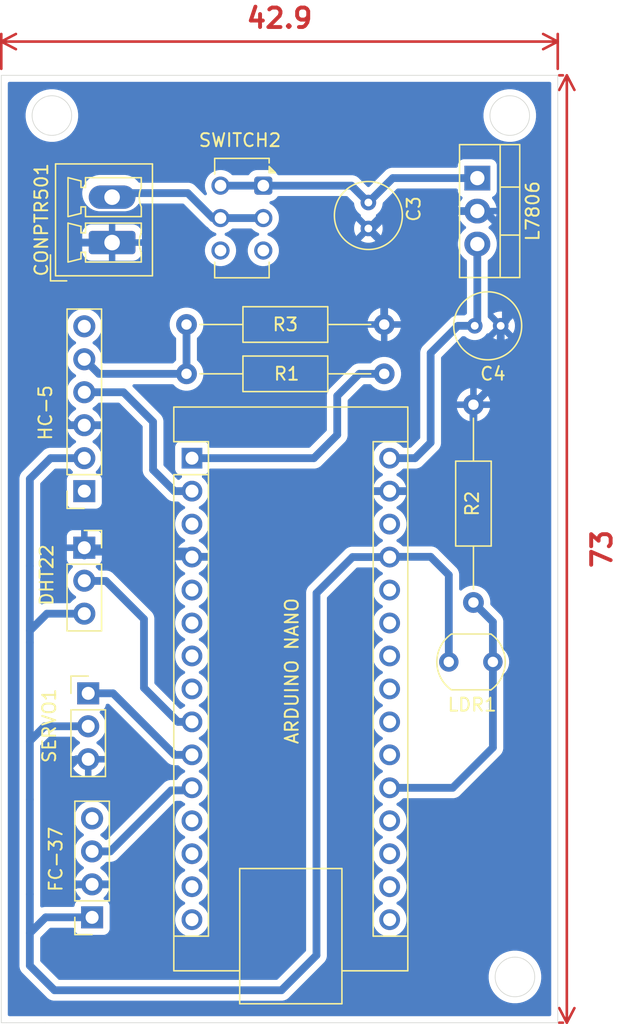
<source format=kicad_pcb>
(kicad_pcb (version 20241229) (generator "pcbnew") (generator_version "9.0")
  (layers (0 "F.Cu" signal) (2 "B.Cu" signal) (13 "F.Paste" user) (15 "B.Paste" user) (5 "F.SilkS" user "F.Silkscreen") (7 "B.SilkS" user "B.Silkscreen") (1 "F.Mask" user) (3 "B.Mask" user) (25 "Edge.Cuts" user))
  (net 0 "")
  (net 1 "TX")
  (net 2 "SERVO")
  (net 3 "RX")
  (net 5 "VIN")
  (net 8 "LDR")
  (net 9 "FC37")
  (net 13 "5V")
  (net 16 "GND")
  (net 17 "DHT22")
  (net 23 "Net-(L7806-IN)")
  (net 24 "Net-(CONPTR501-Pin_2)")
  (net 27 "Net-(HC-5-Pin_5)")
  (footprint "Connector_PinSocket_2.54mm:PinSocket_1x04_P2.54mm_Vertical" (layer "F.Cu") (at 72.1 104.88 180)
    (property "Reference" "FC-37" (at 2.8 4.48 90) (layer "F.SilkS"))
    (property "Value" "FC-37")
    (fp_line (start 1.33 1.27) (end 1.33 8.95) (stroke (width 0.12)) (layer "F.SilkS"))
    (fp_line (start 1.33 -1.33) (end 1.33 0) (stroke (width 0.12)) (layer "F.SilkS"))
    (fp_line (start 0 -1.33) (end 1.33 -1.33) (stroke (width 0.12)) (layer "F.SilkS"))
    (fp_line (start -1.33 8.95) (end 1.33 8.95) (stroke (width 0.12)) (layer "F.SilkS"))
    (fp_line (start -1.33 1.27) (end 1.33 1.27) (stroke (width 0.12)) (layer "F.SilkS"))
    (fp_line (start -1.33 1.27) (end -1.33 8.95) (stroke (width 0.12)) (layer "F.SilkS"))
    (pad "1" thru_hole rect (at 0 0 180) (size 1.7 1.7) (drill 1) (layers "*.Cu" "*.Mask") (net 13 "5V"))
    (pad "2" thru_hole oval (at 0 2.54 180) (size 1.7 1.7) (drill 1) (layers "*.Cu" "*.Mask") (net 16 "GND"))
    (pad "3" thru_hole oval (at 0 5.08 180) (size 1.7 1.7) (drill 1) (layers "*.Cu" "*.Mask") (net 9 "FC37"))
    (pad "4" thru_hole oval (at 0 7.62 180) (size 1.7 1.7) (drill 1) (layers "*.Cu" "*.Mask"))
  )
  (footprint "Connector_PinSocket_2.54mm:PinSocket_1x06_P2.54mm_Vertical" (layer "F.Cu") (at 71.5 72.04 180)
    (property "Reference" "HC-5" (at 3 6.04 90) (layer "F.SilkS"))
    (property "Value" "HC-05")
    (fp_line (start 1.33 1.27) (end 1.33 14.03) (stroke (width 0.12)) (layer "F.SilkS"))
    (fp_line (start 1.33 -1.33) (end 1.33 0) (stroke (width 0.12)) (layer "F.SilkS"))
    (fp_line (start 0 -1.33) (end 1.33 -1.33) (stroke (width 0.12)) (layer "F.SilkS"))
    (fp_line (start -1.33 14.03) (end 1.33 14.03) (stroke (width 0.12)) (layer "F.SilkS"))
    (fp_line (start -1.33 1.27) (end 1.33 1.27) (stroke (width 0.12)) (layer "F.SilkS"))
    (fp_line (start -1.33 1.27) (end -1.33 14.03) (stroke (width 0.12)) (layer "F.SilkS"))
    (pad "1" thru_hole rect (at 0 0 180) (size 1.7 1.7) (drill 1) (layers "*.Cu" "*.Mask"))
    (pad "2" thru_hole oval (at 0 2.54 180) (size 1.7 1.7) (drill 1) (layers "*.Cu" "*.Mask") (net 13 "5V"))
    (pad "3" thru_hole oval (at 0 5.08 180) (size 1.7 1.7) (drill 1) (layers "*.Cu" "*.Mask") (net 16 "GND"))
    (pad "4" thru_hole oval (at 0 7.62 180) (size 1.7 1.7) (drill 1) (layers "*.Cu" "*.Mask") (net 1 "TX"))
    (pad "5" thru_hole oval (at 0 10.16 180) (size 1.7 1.7) (drill 1) (layers "*.Cu" "*.Mask") (net 27 "Net-(HC-5-Pin_5)"))
    (pad "6" thru_hole oval (at 0 12.7 180) (size 1.7 1.7) (drill 1) (layers "*.Cu" "*.Mask"))
  )
  (footprint "Resistor_THT:R_Axial_DIN0207_L6.3mm_D2.5mm_P15.24mm_Horizontal" (layer "F.Cu") (at 79.38 59.2)
    (property "Reference" "R3" (at 7.62 0 0) (layer "F.SilkS"))
    (property "Value" "R")
    (fp_line (start 1.04 0) (end 4.35 0) (stroke (width 0.12)) (layer "F.SilkS"))
    (fp_line (start 4.35 -1.37) (end 4.35 1.37) (stroke (width 0.12)) (layer "F.SilkS"))
    (fp_line (start 4.35 1.37) (end 10.89 1.37) (stroke (width 0.12)) (layer "F.SilkS"))
    (fp_line (start 10.89 -1.37) (end 4.35 -1.37) (stroke (width 0.12)) (layer "F.SilkS"))
    (fp_line (start 10.89 1.37) (end 10.89 -1.37) (stroke (width 0.12)) (layer "F.SilkS"))
    (fp_line (start 14.2 0) (end 10.89 0) (stroke (width 0.12)) (layer "F.SilkS"))
    (pad "1" thru_hole circle (at 0 0) (size 1.6 1.6) (drill 0.8) (layers "*.Cu" "*.Mask") (net 27 "Net-(HC-5-Pin_5)"))
    (pad "2" thru_hole oval (at 15.24 0) (size 1.6 1.6) (drill 0.8) (layers "*.Cu" "*.Mask") (net 16 "GND"))
  )
  (footprint "OptoDevice:R_LDR_5.1x4.3mm_P3.4mm_Vertical" (layer "F.Cu") (at 103 85.2 180)
    (property "Reference" "LDR1" (at 1.6 -3.3 0) (layer "F.SilkS"))
    (property "Value" "LDR07")
    (fp_line (start 0.15 2.15) (end 3.2 2.15) (stroke (width 0.12)) (layer "F.SilkS"))
    (fp_line (start 0.15 -2.15) (end 3.2 -2.15) (stroke (width 0.12)) (layer "F.SilkS"))
    (fp_arc (start 3.2 -2.15) (mid 4.321403 -0.027338) (end 3.244513 2.118249) (stroke (width 0.12)) (layer "F.SilkS"))
    (fp_arc (start 0.15 2.15) (mid -0.950438 -0.013368) (end 0.171766 -2.165525) (stroke (width 0.12)) (layer "F.SilkS"))
    (pad "1" thru_hole circle (at 0 0 180) (size 1.5 1.5) (drill 0.8) (layers "*.Cu" "*.Mask") (net 8 "LDR"))
    (pad "2" thru_hole circle (at 3.4 0 180) (size 1.5 1.5) (drill 0.8) (layers "*.Cu" "*.Mask") (net 13 "5V"))
  )
  (footprint "Resistor_THT:R_Axial_DIN0207_L6.3mm_D2.5mm_P15.24mm_Horizontal" (layer "F.Cu") (at 101.5 80.62 90)
    (property "Reference" "R2" (at 7.62 -0.1 90) (layer "F.SilkS"))
    (property "Value" "R")
    (fp_line (start 10.89 -1.37) (end 4.35 -1.37) (stroke (width 0.12)) (layer "F.SilkS"))
    (fp_line (start 4.35 -1.37) (end 4.35 1.37) (stroke (width 0.12)) (layer "F.SilkS"))
    (fp_line (start 14.2 0) (end 10.89 0) (stroke (width 0.12)) (layer "F.SilkS"))
    (fp_line (start 1.04 0) (end 4.35 0) (stroke (width 0.12)) (layer "F.SilkS"))
    (fp_line (start 10.89 1.37) (end 10.89 -1.37) (stroke (width 0.12)) (layer "F.SilkS"))
    (fp_line (start 4.35 1.37) (end 10.89 1.37) (stroke (width 0.12)) (layer "F.SilkS"))
    (pad "1" thru_hole circle (at 0 0 90) (size 1.6 1.6) (drill 0.8) (layers "*.Cu" "*.Mask") (net 8 "LDR"))
    (pad "2" thru_hole oval (at 15.24 0 90) (size 1.6 1.6) (drill 0.8) (layers "*.Cu" "*.Mask") (net 16 "GND"))
  )
  (footprint "Package_TO_SOT_THT:TO-220-3_Vertical" (layer "F.Cu") (at 101.8 47.92 -90)
    (property "Reference" "L7806" (at 2.54 -4.27 90) (layer "F.SilkS"))
    (property "Value" "L7805")
    (fp_line (start -2.58 1.371) (end 7.66 1.371) (stroke (width 0.12)) (layer "F.SilkS"))
    (fp_line (start -2.58 -1.76) (end 7.66 -1.76) (stroke (width 0.12)) (layer "F.SilkS"))
    (fp_line (start -2.58 -3.27) (end -2.58 1.371) (stroke (width 0.12)) (layer "F.SilkS"))
    (fp_line (start -2.58 -3.27) (end 7.66 -3.27) (stroke (width 0.12)) (layer "F.SilkS"))
    (fp_line (start 0.69 -3.27) (end 0.69 -1.76) (stroke (width 0.12)) (layer "F.SilkS"))
    (fp_line (start 4.391 -3.27) (end 4.391 -1.76) (stroke (width 0.12)) (layer "F.SilkS"))
    (fp_line (start 7.66 -3.27) (end 7.66 1.371) (stroke (width 0.12)) (layer "F.SilkS"))
    (pad "1" thru_hole rect (at 0 0 270) (size 1.905 2) (drill 1.1) (layers "*.Cu" "*.Mask") (net 23 "Net-(L7806-IN)"))
    (pad "2" thru_hole oval (at 2.54 0 270) (size 1.905 2) (drill 1.1) (layers "*.Cu" "*.Mask") (net 16 "GND"))
    (pad "3" thru_hole oval (at 5.08 0 270) (size 1.905 2) (drill 1.1) (layers "*.Cu" "*.Mask") (net 5 "VIN"))
  )
  (footprint "Button_Switch_THT:SW_CK_JS202011CQN_DPDT_Straight" (layer "F.Cu") (at 85.3 48.5 -90)
    (property "Reference" "SWITCH2" (at -3.5 1.8 180) (layer "F.SilkS"))
    (property "Value" "SS 12D00")
    (fp_line (start -2.1 3.75) (end -0.9 3.75) (stroke (width 0.12)) (layer "F.SilkS"))
    (fp_line (start 7.1 3.75) (end 5.9 3.75) (stroke (width 0.12)) (layer "F.SilkS"))
    (fp_line (start -2.1 -0.45) (end -2.1 3.75) (stroke (width 0.12)) (layer "F.SilkS"))
    (fp_line (start -1.75 -0.45) (end -2.1 -0.45) (stroke (width 0.12)) (layer "F.SilkS"))
    (fp_line (start 5.9 -0.45) (end 7.1 -0.45) (stroke (width 0.12)) (layer "F.SilkS"))
    (fp_line (start 7.1 -0.45) (end 7.1 3.75) (stroke (width 0.12)) (layer "F.SilkS"))
    (fp_poly (pts (xy -1 -0.45) (xy -1.48 -0.45) (xy -1 -0.93) (xy -1 -0.45)) (stroke (width 0.12)) (fill yes) (layer "F.SilkS"))
    (pad "1" thru_hole roundrect (at 0 0 270) (size 1.4 1.4) (drill 0.9) (layers "*.Cu" "*.Mask") (roundrect_rratio 0.1785714286) (net 23 "Net-(L7806-IN)"))
    (pad "2" thru_hole circle (at 2.5 0 270) (size 1.4 1.4) (drill 0.9) (layers "*.Cu" "*.Mask") (net 24 "Net-(CONPTR501-Pin_2)"))
    (pad "3" thru_hole circle (at 5 0 270) (size 1.4 1.4) (drill 0.9) (layers "*.Cu" "*.Mask"))
    (pad "4" thru_hole circle (at 5 3.3 270) (size 1.4 1.4) (drill 0.9) (layers "*.Cu" "*.Mask"))
    (pad "5" thru_hole circle (at 2.5 3.3 270) (size 1.4 1.4) (drill 0.9) (layers "*.Cu" "*.Mask"))
    (pad "6" thru_hole circle (at 0 3.3 270) (size 1.4 1.4) (drill 0.9) (layers "*.Cu" "*.Mask"))
  )
  (footprint "Connector_PinSocket_2.54mm:PinSocket_1x03_P2.54mm_Vertical" (layer "F.Cu") (at 71.5 76.4)
    (property "Reference" "DHT22" (at -2.9 2.1 90) (layer "F.SilkS"))
    (property "Value" "DHT22")
    (fp_line (start -1.33 1.27) (end -1.33 6.41) (stroke (width 0.12)) (layer "F.SilkS"))
    (fp_line (start -1.33 1.27) (end 1.33 1.27) (stroke (width 0.12)) (layer "F.SilkS"))
    (fp_line (start -1.33 6.41) (end 1.33 6.41) (stroke (width 0.12)) (layer "F.SilkS"))
    (fp_line (start 0 -1.33) (end 1.33 -1.33) (stroke (width 0.12)) (layer "F.SilkS"))
    (fp_line (start 1.33 -1.33) (end 1.33 0) (stroke (width 0.12)) (layer "F.SilkS"))
    (fp_line (start 1.33 1.27) (end 1.33 6.41) (stroke (width 0.12)) (layer "F.SilkS"))
    (pad "1" thru_hole rect (at 0 0) (size 1.7 1.7) (drill 1) (layers "*.Cu" "*.Mask") (net 16 "GND"))
    (pad "2" thru_hole oval (at 0 2.54) (size 1.7 1.7) (drill 1) (layers "*.Cu" "*.Mask") (net 17 "DHT22"))
    (pad "3" thru_hole oval (at 0 5.08) (size 1.7 1.7) (drill 1) (layers "*.Cu" "*.Mask") (net 13 "5V"))
  )
  (footprint "Connector_PinHeader_2.54mm:PinHeader_1x03_P2.54mm_Vertical" (layer "F.Cu") (at 71.8 87.62)
    (property "Reference" "SERVO1" (at -3 2.5 90) (layer "F.SilkS"))
    (property "Value" "Motor_Servo")
    (fp_line (start -1.33 -1.33) (end 0 -1.33) (stroke (width 0.12)) (layer "F.SilkS"))
    (fp_line (start -1.33 0) (end -1.33 -1.33) (stroke (width 0.12)) (layer "F.SilkS"))
    (fp_line (start -1.33 1.27) (end -1.33 6.41) (stroke (width 0.12)) (layer "F.SilkS"))
    (fp_line (start -1.33 1.27) (end 1.33 1.27) (stroke (width 0.12)) (layer "F.SilkS"))
    (fp_line (start -1.33 6.41) (end 1.33 6.41) (stroke (width 0.12)) (layer "F.SilkS"))
    (fp_line (start 1.33 1.27) (end 1.33 6.41) (stroke (width 0.12)) (layer "F.SilkS"))
    (pad "1" thru_hole rect (at 0 0) (size 1.7 1.7) (drill 1) (layers "*.Cu" "*.Mask") (net 2 "SERVO"))
    (pad "2" thru_hole oval (at 0 2.54) (size 1.7 1.7) (drill 1) (layers "*.Cu" "*.Mask") (net 13 "5V"))
    (pad "3" thru_hole oval (at 0 5.08) (size 1.7 1.7) (drill 1) (layers "*.Cu" "*.Mask") (net 16 "GND"))
  )
  (footprint "Capacitor_THT:C_Radial_D5.0mm_H5.0mm_P2.00mm" (layer "F.Cu") (at 93.4 49.8 -90)
    (property "Reference" "C3" (at 0.5 -3.5 90) (layer "F.SilkS"))
    (property "Value" "C" (hide yes))
    (fp_circle (center 1 0) (end 3.62 0) (stroke (width 0.12)) (fill no) (layer "F.SilkS"))
    (pad "1" thru_hole circle (at 0 0 270) (size 1.2 1.2) (drill 0.6) (layers "*.Cu" "*.Mask") (net 23 "Net-(L7806-IN)"))
    (pad "2" thru_hole circle (at 2 0 270) (size 1.2 1.2) (drill 0.6) (layers "*.Cu" "*.Mask") (net 16 "GND"))
  )
  (footprint "Module:Arduino_Nano" (layer "F.Cu") (at 79.8 69.5)
    (property "Reference" "A1" (hide yes))
    (property "Value" "Arduino_Nano_v2.x")
    (fp_line (start -1.4 -3.94) (end -1.4 -1.27) (stroke (width 0.12)) (layer "F.SilkS"))
    (fp_line (start -1.4 1.27) (end -1.4 39.5) (stroke (width 0.12)) (layer "F.SilkS"))
    (fp_line (start -1.4 39.5) (end 3.68 39.5) (stroke (width 0.12)) (layer "F.SilkS"))
    (fp_line (start 1.27 -1.27) (end -1.4 -1.27) (stroke (width 0.12)) (layer "F.SilkS"))
    (fp_line (start 1.27 1.27) (end -1.4 1.27) (stroke (width 0.12)) (layer "F.SilkS"))
    (fp_line (start 1.27 1.27) (end 1.27 -1.27) (stroke (width 0.12)) (layer "F.SilkS"))
    (fp_line (start 1.27 1.27) (end 1.27 36.83) (stroke (width 0.12)) (layer "F.SilkS"))
    (fp_line (start 1.27 36.83) (end -1.4 36.83) (stroke (width 0.12)) (layer "F.SilkS"))
    (fp_line (start 3.68 31.62) (end 11.56 31.62) (stroke (width 0.12)) (layer "F.SilkS"))
    (fp_line (start 3.68 42.04) (end 3.68 31.62) (stroke (width 0.12)) (layer "F.SilkS"))
    (fp_line (start 11.56 31.62) (end 11.56 42.04) (stroke (width 0.12)) (layer "F.SilkS"))
    (fp_line (start 11.56 42.04) (end 3.68 42.04) (stroke (width 0.12)) (layer "F.SilkS"))
    (fp_line (start 13.97 -1.27) (end 13.97 36.83) (stroke (width 0.12)) (layer "F.SilkS"))
    (fp_line (start 13.97 -1.27) (end 16.64 -1.27) (stroke (width 0.12)) (layer "F.SilkS"))
    (fp_line (start 13.97 36.83) (end 16.64 36.83) (stroke (width 0.12)) (layer "F.SilkS"))
    (fp_line (start 16.64 -3.94) (end -1.4 -3.94) (stroke (width 0.12)) (layer "F.SilkS"))
    (fp_line (start 16.64 39.5) (end 11.56 39.5) (stroke (width 0.12)) (layer "F.SilkS"))
    (fp_line (start 16.64 39.5) (end 16.64 -3.94) (stroke (width 0.12)) (layer "F.SilkS"))
    (fp_text user "ARDUINO NANO" (at 7.7 16.4 90) (layer "F.SilkS"))
    (pad "1" thru_hole rect (at 0 0) (size 1.6 1.6) (drill 1) (layers "*.Cu" "*.Mask") (net 3 "RX"))
    (pad "2" thru_hole oval (at 0 2.54) (size 1.6 1.6) (drill 1) (layers "*.Cu" "*.Mask") (net 1 "TX"))
    (pad "3" thru_hole oval (at 0 5.08) (size 1.6 1.6) (drill 1) (layers "*.Cu" "*.Mask"))
    (pad "4" thru_hole oval (at 0 7.62) (size 1.6 1.6) (drill 1) (layers "*.Cu" "*.Mask") (net 16 "GND"))
    (pad "5" thru_hole oval (at 0 10.16) (size 1.6 1.6) (drill 1) (layers "*.Cu" "*.Mask"))
    (pad "6" thru_hole oval (at 0 12.7) (size 1.6 1.6) (drill 1) (layers "*.Cu" "*.Mask"))
    (pad "7" thru_hole oval (at 0 15.24) (size 1.6 1.6) (drill 1) (layers "*.Cu" "*.Mask"))
    (pad "8" thru_hole oval (at 0 17.78) (size 1.6 1.6) (drill 1) (layers "*.Cu" "*.Mask"))
    (pad "9" thru_hole oval (at 0 20.32) (size 1.6 1.6) (drill 1) (layers "*.Cu" "*.Mask") (net 17 "DHT22"))
    (pad "10" thru_hole oval (at 0 22.86) (size 1.6 1.6) (drill 1) (layers "*.Cu" "*.Mask") (net 2 "SERVO"))
    (pad "11" thru_hole oval (at 0 25.4) (size 1.6 1.6) (drill 1) (layers "*.Cu" "*.Mask") (net 9 "FC37"))
    (pad "12" thru_hole oval (at 0 27.94) (size 1.6 1.6) (drill 1) (layers "*.Cu" "*.Mask"))
    (pad "13" thru_hole oval (at 0 30.48) (size 1.6 1.6) (drill 1) (layers "*.Cu" "*.Mask"))
    (pad "14" thru_hole oval (at 0 33.02) (size 1.6 1.6) (drill 1) (layers "*.Cu" "*.Mask"))
    (pad "15" thru_hole oval (at 0 35.56) (size 1.6 1.6) (drill 1) (layers "*.Cu" "*.Mask"))
    (pad "16" thru_hole oval (at 15.24 35.56) (size 1.6 1.6) (drill 1) (layers "*.Cu" "*.Mask"))
    (pad "17" thru_hole oval (at 15.24 33.02) (size 1.6 1.6) (drill 1) (layers "*.Cu" "*.Mask"))
    (pad "18" thru_hole oval (at 15.24 30.48) (size 1.6 1.6) (drill 1) (layers "*.Cu" "*.Mask"))
    (pad "19" thru_hole oval (at 15.24 27.94) (size 1.6 1.6) (drill 1) (layers "*.Cu" "*.Mask"))
    (pad "20" thru_hole oval (at 15.24 25.4) (size 1.6 1.6) (drill 1) (layers "*.Cu" "*.Mask") (net 8 "LDR"))
    (pad "21" thru_hole oval (at 15.24 22.86) (size 1.6 1.6) (drill 1) (layers "*.Cu" "*.Mask"))
    (pad "22" thru_hole oval (at 15.24 20.32) (size 1.6 1.6) (drill 1) (layers "*.Cu" "*.Mask"))
    (pad "23" thru_hole oval (at 15.24 17.78) (size 1.6 1.6) (drill 1) (layers "*.Cu" "*.Mask"))
    (pad "24" thru_hole oval (at 15.24 15.24) (size 1.6 1.6) (drill 1) (layers "*.Cu" "*.Mask"))
    (pad "25" thru_hole oval (at 15.24 12.7) (size 1.6 1.6) (drill 1) (layers "*.Cu" "*.Mask"))
    (pad "26" thru_hole oval (at 15.24 10.16) (size 1.6 1.6) (drill 1) (layers "*.Cu" "*.Mask"))
    (pad "27" thru_hole oval (at 15.24 7.62) (size 1.6 1.6) (drill 1) (layers "*.Cu" "*.Mask") (net 13 "5V"))
    (pad "28" thru_hole oval (at 15.24 5.08) (size 1.6 1.6) (drill 1) (layers "*.Cu" "*.Mask"))
    (pad "29" thru_hole oval (at 15.24 2.54) (size 1.6 1.6) (drill 1) (layers "*.Cu" "*.Mask") (net 16 "GND"))
    (pad "30" thru_hole oval (at 15.24 0) (size 1.6 1.6) (drill 1) (layers "*.Cu" "*.Mask") (net 5 "VIN"))
  )
  (footprint "Connector_Phoenix_MC:PhoenixContact_MCV_1,5_2-G-3.5_1x02_P3.50mm_Vertical" (layer "F.Cu") (at 73.6425 52.8875 90)
    (property "Reference" "CONPTR501" (at 1.75 -5.45 90) (layer "F.SilkS"))
    (property "Value" "CONNECTOR")
    (fp_line (start -2.95 -4.75) (end -0.95 -4.75) (stroke (width 0.12)) (layer "F.SilkS"))
    (fp_line (start 6.06 -4.36) (end -2.56 -4.36) (stroke (width 0.12)) (layer "F.SilkS"))
    (fp_line (start -2.56 -4.36) (end -2.56 3.11) (stroke (width 0.12)) (layer "F.SilkS"))
    (fp_line (start -2.95 -3.5) (end -2.95 -4.75) (stroke (width 0.12)) (layer "F.SilkS"))
    (fp_line (start 5 -3.4) (end 4.75 -2.4) (stroke (width 0.12)) (layer "F.SilkS"))
    (fp_line (start 2 -3.4) (end 5 -3.4) (stroke (width 0.12)) (layer "F.SilkS"))
    (fp_line (start 1.5 -3.4) (end 1.25 -2.4) (stroke (width 0.12)) (layer "F.SilkS"))
    (fp_line (start -1.5 -3.4) (end 1.5 -3.4) (stroke (width 0.12)) (layer "F.SilkS"))
    (fp_line (start 4.75 -2.4) (end 4.25 -2.4) (stroke (width 0.12)) (layer "F.SilkS"))
    (fp_line (start 4.25 -2.4) (end 4.25 -2.05) (stroke (width 0.12)) (layer "F.SilkS"))
    (fp_line (start 2.75 -2.4) (end 2.25 -2.4) (stroke (width 0.12)) (layer "F.SilkS"))
    (fp_line (start 2.25 -2.4) (end 2 -3.4) (stroke (width 0.12)) (layer "F.SilkS"))
    (fp_line (start 1.25 -2.4) (end 0.75 -2.4) (stroke (width 0.12)) (layer "F.SilkS"))
    (fp_line (start 0.75 -2.4) (end 0.75 -2.05) (stroke (width 0.12)) (layer "F.SilkS"))
    (fp_line (start -0.75 -2.4) (end -1.25 -2.4) (stroke (width 0.12)) (layer "F.SilkS"))
    (fp_line (start -1.25 -2.4) (end -1.5 -3.4) (stroke (width 0.12)) (layer "F.SilkS"))
    (fp_line (start 5 -2.05) (end 5 2.25) (stroke (width 0.12)) (layer "F.SilkS"))
    (fp_line (start 4.25 -2.05) (end 5 -2.05) (stroke (width 0.12)) (layer "F.SilkS"))
    (fp_line (start 2.75 -2.05) (end 2.75 -2.4) (stroke (width 0.12)) (layer "F.SilkS"))
    (fp_line (start 2 -2.05) (end 2.75 -2.05) (stroke (width 0.12)) (layer "F.SilkS"))
    (fp_line (start 1.5 -2.05) (end 1.5 2.25) (stroke (width 0.12)) (layer "F.SilkS"))
    (fp_line (start 0.75 -2.05) (end 1.5 -2.05) (stroke (width 0.12)) (layer "F.SilkS"))
    (fp_line (start -0.75 -2.05) (end -0.75 -2.4) (stroke (width 0.12)) (layer "F.SilkS"))
    (fp_line (start -1.5 -2.05) (end -0.75 -2.05) (stroke (width 0.12)) (layer "F.SilkS"))
    (fp_line (start 5 2.25) (end 4.25 2.25) (stroke (width 0.12)) (layer "F.SilkS"))
    (fp_line (start 2.75 2.25) (end 2 2.25) (stroke (width 0.12)) (layer "F.SilkS"))
    (fp_line (start 2 2.25) (end 2 -2.05) (stroke (width 0.12)) (layer "F.SilkS"))
    (fp_line (start 1.5 2.25) (end 0.75 2.25) (stroke (width 0.12)) (layer "F.SilkS"))
    (fp_line (start -0.75 2.25) (end -1.5 2.25) (stroke (width 0.12)) (layer "F.SilkS"))
    (fp_line (start -1.5 2.25) (end -1.5 -2.05) (stroke (width 0.12)) (layer "F.SilkS"))
    (fp_line (start 6.06 3.11) (end 6.06 -4.36) (stroke (width 0.12)) (layer "F.SilkS"))
    (fp_line (start -2.56 3.11) (end 6.06 3.11) (stroke (width 0.12)) (layer "F.SilkS"))
    (fp_arc (start 2.75 2.25) (mid 3.499807 2.09191) (end 4.249647 2.249844) (stroke (width 0.12)) (layer "F.SilkS"))
    (fp_arc (start -0.75 2.25) (mid -0.000193 2.09191) (end 0.749647 2.249844) (stroke (width 0.12)) (layer "F.SilkS"))
    (pad "1" thru_hole roundrect (at 0 0 90) (size 1.8 3.6) (drill 1.2) (layers "*.Cu" "*.Mask") (roundrect_rratio 0.138889) (net 16 "GND"))
    (pad "2" thru_hole oval (at 3.5 0 90) (size 1.8 3.6) (drill 1.2) (layers "*.Cu" "*.Mask") (net 24 "Net-(CONPTR501-Pin_2)"))
  )
  (footprint "Capacitor_THT:C_Radial_D5.0mm_H5.0mm_P2.00mm" (layer "F.Cu") (at 101.6 59.3)
    (property "Reference" "C4" (at 1.4 3.7 0) (layer "F.SilkS"))
    (property "Value" "C")
    (fp_circle (center 1 0) (end 3.62 0) (stroke (width 0.12)) (fill no) (layer "F.SilkS"))
    (pad "1" thru_hole circle (at 0 0) (size 1.2 1.2) (drill 0.6) (layers "*.Cu" "*.Mask") (net 5 "VIN"))
    (pad "2" thru_hole circle (at 2 0) (size 1.2 1.2) (drill 0.6) (layers "*.Cu" "*.Mask") (net 16 "GND"))
  )
  (footprint "Resistor_THT:R_Axial_DIN0207_L6.3mm_D2.5mm_P15.24mm_Horizontal" (layer "F.Cu") (at 79.38 63)
    (property "Reference" "R1" (at 7.72 0 0) (layer "F.SilkS"))
    (property "Value" "R")
    (fp_line (start 1.04 0) (end 4.35 0) (stroke (width 0.12)) (layer "F.SilkS"))
    (fp_line (start 4.35 -1.37) (end 4.35 1.37) (stroke (width 0.12)) (layer "F.SilkS"))
    (fp_line (start 4.35 1.37) (end 10.89 1.37) (stroke (width 0.12)) (layer "F.SilkS"))
    (fp_line (start 10.89 -1.37) (end 4.35 -1.37) (stroke (width 0.12)) (layer "F.SilkS"))
    (fp_line (start 10.89 1.37) (end 10.89 -1.37) (stroke (width 0.12)) (layer "F.SilkS"))
    (fp_line (start 14.2 0) (end 10.89 0) (stroke (width 0.12)) (layer "F.SilkS"))
    (pad "1" thru_hole circle (at 0 0) (size 1.6 1.6) (drill 0.8) (layers "*.Cu" "*.Mask") (net 27 "Net-(HC-5-Pin_5)"))
    (pad "2" thru_hole oval (at 15.24 0) (size 1.6 1.6) (drill 0.8) (layers "*.Cu" "*.Mask") (net 3 "RX"))
  )
  (gr_curve (pts (xy 68.5 49.8) (xy 68.5 49.8) (xy 68.5 49.8) (xy 68.5 49.8)) (stroke (width 0.2)) (layer "B.Cu") (net 16))
  (gr_line (start 65.1 113) (end 65.5 113) (stroke (width 0.05)) (layer "Edge.Cuts"))
  (gr_line (start 65.5 40) (end 65.1 40) (stroke (width 0.05)) (layer "Edge.Cuts"))
  (gr_circle (center 69 43.1) (end 69.8 44.4) (stroke (width 0.05)) (fill no) (layer "Edge.Cuts"))
  (gr_line (start 68.5 113) (end 108 113) (stroke (width 0.05)) (layer "Edge.Cuts"))
  (gr_circle (center 104.3 43.1) (end 105.1 44.4) (stroke (width 0.05)) (fill no) (layer "Edge.Cuts"))
  (gr_line (start 108 40) (end 108 113) (stroke (width 0.05)) (layer "Edge.Cuts"))
  (gr_line (start 65.5 40) (end 104 40) (stroke (width 0.05)) (layer "Edge.Cuts"))
  (gr_line (start 65.1 40) (end 65.1 108) (stroke (width 0.05)) (layer "Edge.Cuts"))
  (gr_circle (center 104.7 109.473566) (end 105.5 110.773566) (stroke (width 0.05)) (fill no) (layer "Edge.Cuts"))
  (gr_line (start 65.1 108) (end 65.1 113) (stroke (width 0.05)) (layer "Edge.Cuts"))
  (gr_line (start 104 40) (end 108 40) (stroke (width 0.05)) (layer "Edge.Cuts"))
  (gr_line (start 65.5 113) (end 68.5 113) (stroke (width 0.05)) (layer "Edge.Cuts"))
  (dimension (type orthogonal) (layer "F.Cu") (pts (xy 108 40) (xy 65.1 40)) (height -2.6) (orientation 0) (format (prefix "") (suffix "") (units 3) (units_format 0) (precision 4) (suppress_zeroes yes)) (style (thickness 0.2) (arrow_length 1.27) (text_position_mode 0) (arrow_direction outward) (extension_height 0.58642) (extension_offset 0.5) (keep_text_aligned yes)) (gr_text "42,9" (at 86.55 35.6 0) (layer "F.Cu") (effects (font (size 1.5 1.5) (thickness 0.3)))))
  (dimension (type orthogonal) (layer "F.Cu") (pts (xy 108.9 40) (xy 108.9 113)) (height -0.2) (orientation 1) (format (prefix "") (suffix "") (units 3) (units_format 0) (precision 4) (suppress_zeroes yes)) (style (thickness 0.2) (arrow_length 1.27) (text_position_mode 2) (arrow_direction outward) (extension_height 0.58642) (extension_offset 0.5) (keep_text_aligned yes)) (gr_text "73" (at 111.4 76.5 90) (layer "F.Cu") (effects (font (size 1.5 1.5) (thickness 0.3)))))
  (segment (start 76.8 66.7) (end 76.8 70.4) (width 0.6) (layer "B.Cu") (net 1))
  (segment (start 76.8 70.4) (end 78.44 72.04) (width 0.6) (layer "B.Cu") (net 1))
  (segment (start 74.52 64.42) (end 76.8 66.7) (width 0.6) (layer "B.Cu") (net 1))
  (segment (start 78.44 72.04) (end 79.8 72.04) (width 0.6) (layer "B.Cu") (net 1))
  (segment (start 71.5 64.42) (end 74.52 64.42) (width 0.6) (layer "B.Cu") (net 1))
  (segment (start 73.72 87.62) (end 78.46 92.36) (width 0.6) (layer "B.Cu") (net 2))
  (segment (start 79.66 92.5) (end 79.66 92.22) (width 0.6) (layer "B.Cu") (net 2))
  (segment (start 71.8 87.62) (end 73.72 87.62) (width 0.6) (layer "B.Cu") (net 2))
  (segment (start 79.8 92.36) (end 79.66 92.5) (width 0.6) (layer "B.Cu") (net 2))
  (segment (start 78.46 92.36) (end 79.8 92.36) (width 0.6) (layer "B.Cu") (net 2))
  (segment (start 89.2 69.5) (end 79.8 69.5) (width 0.6) (layer "B.Cu") (net 3))
  (segment (start 91 67.7) (end 91 64.7) (width 0.6) (layer "B.Cu") (net 3))
  (segment (start 92.7 63) (end 94.62 63) (width 0.6) (layer "B.Cu") (net 3))
  (segment (start 80.14 69.84) (end 80.06 69.76) (width 0.6) (layer "B.Cu") (net 3))
  (segment (start 89.2 69.5) (end 91 67.7) (width 0.6) (layer "B.Cu") (net 3))
  (segment (start 91 64.7) (end 92.7 63) (width 0.6) (layer "B.Cu") (net 3))
  (segment (start 101.8 59.1) (end 101.6 59.3) (width 0.6) (layer "B.Cu") (net 5))
  (segment (start 95.04 69.5) (end 97 69.5) (width 0.6) (layer "B.Cu") (net 5))
  (segment (start 98.2 68.3) (end 98.2 61.4) (width 0.6) (layer "B.Cu") (net 5))
  (segment (start 97 69.5) (end 98.2 68.3) (width 0.6) (layer "B.Cu") (net 5))
  (segment (start 98.2 61.4) (end 100.3 59.3) (width 0.6) (layer "B.Cu") (net 5))
  (segment (start 101.8 53) (end 101.8 59.1) (width 0.6) (layer "B.Cu") (net 5))
  (segment (start 100.3 59.3) (end 101.6 59.3) (width 0.6) (layer "B.Cu") (net 5))
  (segment (start 101.5 80.62) (end 103 82.12) (width 0.6) (layer "B.Cu") (net 8))
  (segment (start 101.4 80.72) (end 101.5 80.62) (width 0.6) (layer "B.Cu") (net 8))
  (segment (start 101.5 80.62) (end 101.5 80.7) (width 0.6) (layer "B.Cu") (net 8))
  (segment (start 103 85.2) (end 103 91.8) (width 0.6) (layer "B.Cu") (net 8))
  (segment (start 99.9 94.9) (end 95.04 94.9) (width 0.6) (layer "B.Cu") (net 8))
  (segment (start 103 91.8) (end 99.9 94.9) (width 0.6) (layer "B.Cu") (net 8))
  (segment (start 103 82.12) (end 103 85.2) (width 0.6) (layer "B.Cu") (net 8))
  (segment (start 73.5 99.8) (end 78.2 95.1) (width 0.6) (layer "B.Cu") (net 9))
  (segment (start 79.6 95.1) (end 79.8 94.9) (width 0.6) (layer "B.Cu") (net 9))
  (segment (start 78.2 95.1) (end 79.6 95.1) (width 0.6) (layer "B.Cu") (net 9))
  (segment (start 72.1 99.8) (end 73.5 99.8) (width 0.6) (layer "B.Cu") (net 9))
  (segment (start 94.96 77.5) (end 95 77.46) (width 0.6) (layer "B.Cu") (net 13))
  (segment (start 67.3 91.3) (end 67.3 95.8) (width 0.6) (layer "B.Cu") (net 13))
  (segment (start 68.44 90.16) (end 67.3 91.3) (width 0.6) (layer "B.Cu") (net 13))
  (segment (start 67.3 82.8) (end 67.3 83.7) (width 0.6) (layer "B.Cu") (net 13))
  (segment (start 67.3 106.1) (end 67.3 108.6) (width 0.6) (layer "B.Cu") (net 13))
  (segment (start 95.04 77.12) (end 95.06 77.1) (width 0.6) (layer "B.Cu") (net 13))
  (segment (start 89.4 107.8) (end 89.4 79.9) (width 0.6) (layer "B.Cu") (net 13))
  (segment (start 68.9 69.5) (end 67.3 71.1) (width 0.6) (layer "B.Cu") (net 13))
  (segment (start 68.52 104.88) (end 67.3 106.1) (width 0.6) (layer "B.Cu") (net 13))
  (segment (start 72.1 104.88) (end 68.52 104.88) (width 0.6) (layer "B.Cu") (net 13))
  (segment (start 67.3 95.8) (end 67.3 103.1) (width 0.6) (layer "B.Cu") (net 13))
  (segment (start 68.62 81.48) (end 67.3 82.8) (width 0.6) (layer "B.Cu") (net 13))
  (segment (start 71.5 69.5) (end 68.9 69.5) (width 0.6) (layer "B.Cu") (net 13))
  (segment (start 67.3 108.6) (end 69.2 110.5) (width 0.6) (layer "B.Cu") (net 13))
  (segment (start 99.6 78.5) (end 99.6 85.2) (width 0.6) (layer "B.Cu") (net 13))
  (segment (start 92.18 77.12) (end 95.04 77.12) (width 0.6) (layer "B.Cu") (net 13))
  (segment (start 69.2 110.5) (end 86.7 110.5) (width 0.6) (layer "B.Cu") (net 13))
  (segment (start 71.5 81.48) (end 68.62 81.48) (width 0.6) (layer "B.Cu") (net 13))
  (segment (start 67.3 83.7) (end 67.3 91.3) (width 0.6) (layer "B.Cu") (net 13))
  (segment (start 67.3 77.8) (end 67.3 82.8) (width 0.6) (layer "B.Cu") (net 13))
  (segment (start 86.7 110.5) (end 89.4 107.8) (width 0.6) (layer "B.Cu") (net 13))
  (segment (start 98.2 77.1) (end 99.6 78.5) (width 0.6) (layer "B.Cu") (net 13))
  (segment (start 67.3 71.1) (end 67.3 77.8) (width 0.6) (layer "B.Cu") (net 13))
  (segment (start 67.3 103.1) (end 67.3 106.1) (width 0.6) (layer "B.Cu") (net 13))
  (segment (start 95.06 77.1) (end 98.2 77.1) (width 0.6) (layer "B.Cu") (net 13))
  (segment (start 89.4 79.9) (end 92.18 77.12) (width 0.6) (layer "B.Cu") (net 13))
  (segment (start 71.8 90.16) (end 68.44 90.16) (width 0.6) (layer "B.Cu") (net 13))
  (segment (start 93.7 51.8) (end 95.04 50.46) (width 0.6) (layer "B.Cu") (net 16))
  (segment (start 70.8 102.4) (end 70.86 102.34) (width 0.6) (layer "B.Cu") (net 16))
  (segment (start 70.36 66.96) (end 71.5 66.96) (width 0.6) (layer "B.Cu") (net 16))
  (segment (start 69.2125 52.8875) (end 67.5 54.6) (width 0.6) (layer "B.Cu") (net 16))
  (segment (start 85.36 72.04) (end 83.7 73.7) (width 0.6) (layer "B.Cu") (net 16))
  (segment (start 94.62 59.2) (end 94.62 53.02) (width 0.6) (layer "B.Cu") (net 16))
  (segment (start 75.04 102.34) (end 75.8 103.1) (width 0.6) (layer "B.Cu") (net 16))
  (segment (start 74.9 68.4) (end 74.9 74.3) (width 0.6) (layer "B.Cu") (net 16))
  (segment (start 79.82 77.1) (end 79.8 77.12) (width 0.6) (layer "B.Cu") (net 16))
  (segment (start 73.6425 52.8875) (end 69.2125 52.8875) (width 0.6) (layer "B.Cu") (net 16))
  (segment (start 94.98 72.4) (end 95 72.38) (width 0.6) (layer "B.Cu") (net 16))
  (segment (start 77.3 76.7) (end 79.38 76.7) (width 0.6) (layer "B.Cu") (net 16))
  (segment (start 75.8 103.1) (end 75.8 105.7) (width 0.6) (layer "B.Cu") (net 16))
  (segment (start 101.5 65.38) (end 103.6 63.28) (width 0.6) (layer "B.Cu") (net 16))
  (segment (start 75.8 105.7) (end 78.1 108) (width 0.6) (layer "B.Cu") (net 16))
  (segment (start 70.86 102.34) (end 72.1 102.34) (width 0.6) (layer "B.Cu") (net 16))
  (segment (start 83.7 106.9) (end 83.7 76) (width 0.6) (layer "B.Cu") (net 16))
  (segment (start 71.8 76.7) (end 79.38 76.7) (width 0.6) (layer "B.Cu") (net 16))
  (segment (start 69.8 93.8) (end 69.8 101.4) (width 0.6) (layer "B.Cu") (net 16))
  (segment (start 79.38 76.7) (end 79.8 77.12) (width 0.6) (layer "B.Cu") (net 16))
  (segment (start 102.4 50.5) (end 104 52.1) (width 0.6) (layer "B.Cu") (net 16))
  (segment (start 82.6 108) (end 83.7 106.9) (width 0.6) (layer "B.Cu") (net 16))
  (segment (start 101.5 69.2) (end 98.66 72.04) (width 0.6) (layer "B.Cu") (net 16))
  (segment (start 93.4 51.8) (end 93.7 51.8) (width 0.6) (layer "B.Cu") (net 16))
  (segment (start 72.1 102.34) (end 75.04 102.34) (width 0.6) (layer "B.Cu") (net 16))
  (segment (start 71.5 66.96) (end 73.46 66.96) (width 0.6) (layer "B.Cu") (net 16))
  (segment (start 98.66 72.04) (end 95.04 72.04) (width 0.6) (layer "B.Cu") (net 16))
  (segment (start 73.46 66.96) (end 74.9 68.4) (width 0.6) (layer "B.Cu") (net 16))
  (segment (start 103.6 63.28) (end 103.6 59.3) (width 0.6) (layer "B.Cu") (net 16))
  (segment (start 95.04 72.04) (end 85.36 72.04) (width 0.6) (layer "B.Cu") (net 16))
  (segment (start 71.5 77) (end 71.8 76.7) (width 0.6) (layer "B.Cu") (net 16))
  (segment (start 82.6 77.1) (end 79.82 77.1) (width 0.6) (layer "B.Cu") (net 16))
  (segment (start 67.5 54.6) (end 67.5 64.1) (width 0.6) (layer "B.Cu") (net 16))
  (segment (start 71.8 92.7) (end 70.9 92.7) (width 0.6) (layer "B.Cu") (net 16))
  (segment (start 101.84 50.5) (end 102.4 50.5) (width 0.6) (layer "B.Cu") (net 16))
  (segment (start 83.7 76) (end 82.6 77.1) (width 0.6) (layer "B.Cu") (net 16))
  (segment (start 67.5 64.1) (end 70.36 66.96) (width 0.6) (layer "B.Cu") (net 16))
  (segment (start 83.7 73.7) (end 83.7 76) (width 0.6) (layer "B.Cu") (net 16))
  (segment (start 78.1 108) (end 82.6 108) (width 0.6) (layer "B.Cu") (net 16))
  (segment (start 95.04 50.46) (end 101.8 50.46) (width 0.6) (layer "B.Cu") (net 16))
  (segment (start 69.8 101.4) (end 70.8 102.4) (width 0.6) (layer "B.Cu") (net 16))
  (segment (start 101.8 50.46) (end 101.84 50.5) (width 0.6) (layer "B.Cu") (net 16))
  (segment (start 101.5 65.38) (end 101.5 69.2) (width 0.6) (layer "B.Cu") (net 16))
  (segment (start 104 52.1) (end 104 58.9) (width 0.6) (layer "B.Cu") (net 16))
  (segment (start 74.9 74.3) (end 77.3 76.7) (width 0.6) (layer "B.Cu") (net 16))
  (segment (start 94.62 53.02) (end 93.4 51.8) (width 0.6) (layer "B.Cu") (net 16))
  (segment (start 70.9 92.7) (end 69.8 93.8) (width 0.6) (layer "B.Cu") (net 16))
  (segment (start 104 58.9) (end 103.6 59.3) (width 0.6) (layer "B.Cu") (net 16))
  (segment (start 71.52 78.96) (end 73.16 78.96) (width 0.6) (layer "B.Cu") (net 17))
  (segment (start 71.5 78.94) (end 71.52 78.96) (width 0.6) (layer "B.Cu") (net 17))
  (segment (start 76.1 81.9) (end 76.1 87.2) (width 0.6) (layer "B.Cu") (net 17))
  (segment (start 76.1 87.2) (end 78.72 89.82) (width 0.6) (layer "B.Cu") (net 17))
  (segment (start 78.72 89.82) (end 79.8 89.82) (width 0.6) (layer "B.Cu") (net 17))
  (segment (start 73.16 78.96) (end 76.1 81.9) (width 0.6) (layer "B.Cu") (net 17))
  (segment (start 92.1 48.5) (end 93.4 49.8) (width 0.6) (layer "B.Cu") (net 23))
  (segment (start 82 48.5) (end 85.3 48.5) (width 0.6) (layer "B.Cu") (net 23))
  (segment (start 82 48.5) (end 82.2 48.7) (width 0.6) (layer "B.Cu") (net 23))
  (segment (start 95.28 47.92) (end 93.4 49.8) (width 0.6) (layer "B.Cu") (net 23))
  (segment (start 101.8 47.92) (end 95.28 47.92) (width 0.6) (layer "B.Cu") (net 23))
  (segment (start 85.3 48.5) (end 92.1 48.5) (width 0.6) (layer "B.Cu") (net 23))
  (segment (start 79.4775 49.0775) (end 81.4 51) (width 0.6) (layer "B.Cu") (net 24))
  (segment (start 81.4 51) (end 82 51) (width 0.6) (layer "B.Cu") (net 24))
  (segment (start 82 51) (end 85.3 51) (width 0.6) (layer "B.Cu") (net 24))
  (segment (start 73.6425 49.0775) (end 79.4775 49.0775) (width 0.6) (layer "B.Cu") (net 24))
  (segment (start 79.38 63) (end 79.38 59.2) (width 0.6) (layer "B.Cu") (net 27))
  (segment (start 72.62 63) (end 79.38 63) (width 0.6) (layer "B.Cu") (net 27))
  (segment (start 71.5 61.88) (end 72.62 63) (width 0.6) (layer "B.Cu") (net 27))
  (zone (net 16) (net_name "GND") (layer "B.Cu") (connect_pads (clearance 0.5)) (min_thickness 0.25) (fill yes (thermal_gap 0.5) (thermal_bridge_width 0.5))
    (polygon (pts (xy 65.2 40.1) (xy 107.9 40.1) (xy 107.9 112.9) (xy 65.2 112.8)))
  )
)
</source>
